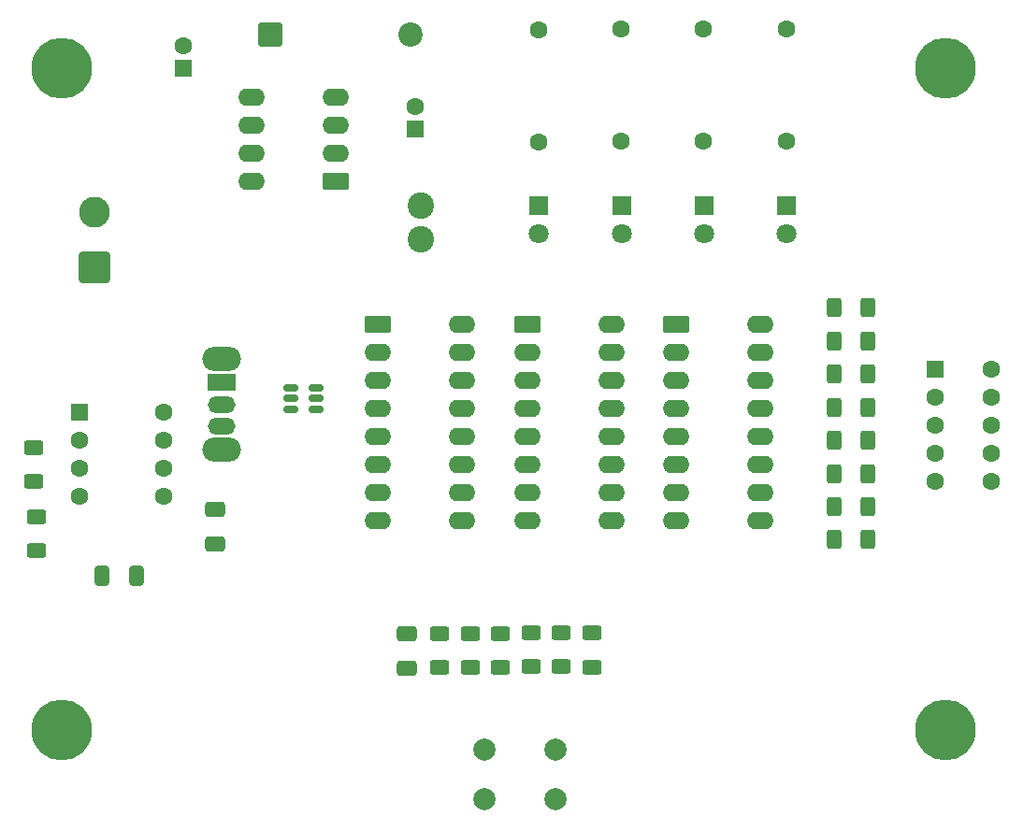
<source format=gbr>
%TF.GenerationSoftware,KiCad,Pcbnew,9.0.3*%
%TF.CreationDate,2025-12-16T11:33:01+01:00*%
%TF.ProjectId,PTP_Project1_Dovsak,5054505f-5072-46f6-9a65-6374315f446f,rev?*%
%TF.SameCoordinates,Original*%
%TF.FileFunction,Soldermask,Top*%
%TF.FilePolarity,Negative*%
%FSLAX46Y46*%
G04 Gerber Fmt 4.6, Leading zero omitted, Abs format (unit mm)*
G04 Created by KiCad (PCBNEW 9.0.3) date 2025-12-16 11:33:01*
%MOMM*%
%LPD*%
G01*
G04 APERTURE LIST*
G04 Aperture macros list*
%AMRoundRect*
0 Rectangle with rounded corners*
0 $1 Rounding radius*
0 $2 $3 $4 $5 $6 $7 $8 $9 X,Y pos of 4 corners*
0 Add a 4 corners polygon primitive as box body*
4,1,4,$2,$3,$4,$5,$6,$7,$8,$9,$2,$3,0*
0 Add four circle primitives for the rounded corners*
1,1,$1+$1,$2,$3*
1,1,$1+$1,$4,$5*
1,1,$1+$1,$6,$7*
1,1,$1+$1,$8,$9*
0 Add four rect primitives between the rounded corners*
20,1,$1+$1,$2,$3,$4,$5,0*
20,1,$1+$1,$4,$5,$6,$7,0*
20,1,$1+$1,$6,$7,$8,$9,0*
20,1,$1+$1,$8,$9,$2,$3,0*%
G04 Aperture macros list end*
%ADD10C,5.500000*%
%ADD11C,1.600000*%
%ADD12RoundRect,0.250000X-0.400000X-0.625000X0.400000X-0.625000X0.400000X0.625000X-0.400000X0.625000X0*%
%ADD13RoundRect,0.250000X-0.950000X-0.550000X0.950000X-0.550000X0.950000X0.550000X-0.950000X0.550000X0*%
%ADD14O,2.400000X1.600000*%
%ADD15RoundRect,0.250000X0.400000X0.625000X-0.400000X0.625000X-0.400000X-0.625000X0.400000X-0.625000X0*%
%ADD16RoundRect,0.250000X-0.650000X0.412500X-0.650000X-0.412500X0.650000X-0.412500X0.650000X0.412500X0*%
%ADD17RoundRect,0.250000X0.950000X0.550000X-0.950000X0.550000X-0.950000X-0.550000X0.950000X-0.550000X0*%
%ADD18R,1.800000X1.800000*%
%ADD19C,1.800000*%
%ADD20RoundRect,0.250000X-0.412500X-0.650000X0.412500X-0.650000X0.412500X0.650000X-0.412500X0.650000X0*%
%ADD21RoundRect,0.250000X0.625000X-0.400000X0.625000X0.400000X-0.625000X0.400000X-0.625000X-0.400000X0*%
%ADD22RoundRect,0.250000X0.650000X-0.412500X0.650000X0.412500X-0.650000X0.412500X-0.650000X-0.412500X0*%
%ADD23RoundRect,0.249999X-0.850001X-0.850001X0.850001X-0.850001X0.850001X0.850001X-0.850001X0.850001X0*%
%ADD24C,2.200000*%
%ADD25RoundRect,0.250000X-0.550000X-0.550000X0.550000X-0.550000X0.550000X0.550000X-0.550000X0.550000X0*%
%ADD26RoundRect,0.250000X0.550000X-0.550000X0.550000X0.550000X-0.550000X0.550000X-0.550000X-0.550000X0*%
%ADD27C,2.400000*%
%ADD28C,2.000000*%
%ADD29O,3.500000X2.200000*%
%ADD30R,2.500000X1.500000*%
%ADD31O,2.500000X1.500000*%
%ADD32R,1.600000X1.600000*%
%ADD33RoundRect,0.250000X-0.625000X0.400000X-0.625000X-0.400000X0.625000X-0.400000X0.625000X0.400000X0*%
%ADD34RoundRect,0.150000X-0.512500X-0.150000X0.512500X-0.150000X0.512500X0.150000X-0.512500X0.150000X0*%
%ADD35RoundRect,0.250001X1.149999X-1.149999X1.149999X1.149999X-1.149999X1.149999X-1.149999X-1.149999X0*%
%ADD36C,2.800000*%
G04 APERTURE END LIST*
D10*
%TO.C,H1*%
X244500000Y-71000000D03*
%TD*%
D11*
%TO.C,R3*%
X215175000Y-77675000D03*
X215175000Y-67515000D03*
%TD*%
D12*
%TO.C,R18*%
X234400000Y-98750000D03*
X237500000Y-98750000D03*
%TD*%
D10*
%TO.C,H4*%
X164500000Y-71000000D03*
%TD*%
D13*
%TO.C,U4*%
X220130000Y-94220000D03*
D14*
X220130000Y-96760000D03*
X220130000Y-99300000D03*
X220130000Y-101840000D03*
X220130000Y-104380000D03*
X220130000Y-106920000D03*
X220130000Y-109460000D03*
X220130000Y-112000000D03*
X227750000Y-112000000D03*
X227750000Y-109460000D03*
X227750000Y-106920000D03*
X227750000Y-104380000D03*
X227750000Y-101840000D03*
X227750000Y-99300000D03*
X227750000Y-96760000D03*
X227750000Y-94220000D03*
%TD*%
D15*
%TO.C,R15*%
X237500000Y-92750000D03*
X234400000Y-92750000D03*
%TD*%
D16*
%TO.C,C5*%
X178400000Y-111000000D03*
X178400000Y-114125000D03*
%TD*%
D12*
%TO.C,R17*%
X234400000Y-95750000D03*
X237500000Y-95750000D03*
%TD*%
D17*
%TO.C,U1*%
X189310000Y-81310000D03*
D14*
X189310000Y-78770000D03*
X189310000Y-76230000D03*
X189310000Y-73690000D03*
X181690000Y-73690000D03*
X181690000Y-76230000D03*
X181690000Y-78770000D03*
X181690000Y-81310000D03*
%TD*%
D18*
%TO.C,D3*%
X215185000Y-83485000D03*
D19*
X215185000Y-86025000D03*
%TD*%
D10*
%TO.C,H3*%
X164500000Y-131000000D03*
%TD*%
D11*
%TO.C,R2*%
X222600000Y-77625000D03*
X222600000Y-67465000D03*
%TD*%
D12*
%TO.C,R6*%
X234400000Y-107750000D03*
X237500000Y-107750000D03*
%TD*%
D10*
%TO.C,H2*%
X244500000Y-131000000D03*
%TD*%
D20*
%TO.C,C4*%
X168125000Y-117000000D03*
X171250000Y-117000000D03*
%TD*%
D11*
%TO.C,R4*%
X207685000Y-77685000D03*
X207685000Y-67525000D03*
%TD*%
D21*
%TO.C,R9*%
X204250000Y-125350000D03*
X204250000Y-122250000D03*
%TD*%
D18*
%TO.C,D1*%
X230125000Y-83485000D03*
D19*
X230125000Y-86025000D03*
%TD*%
D21*
%TO.C,R20*%
X162250000Y-114750000D03*
X162250000Y-111650000D03*
%TD*%
D18*
%TO.C,D5*%
X207715000Y-83485000D03*
D19*
X207715000Y-86025000D03*
%TD*%
D12*
%TO.C,R14*%
X234400000Y-113750000D03*
X237500000Y-113750000D03*
%TD*%
D22*
%TO.C,C3*%
X195750000Y-125375000D03*
X195750000Y-122250000D03*
%TD*%
D23*
%TO.C,D4*%
X183375000Y-67975000D03*
D24*
X196075000Y-67975000D03*
%TD*%
D25*
%TO.C,U7*%
X166095000Y-102190000D03*
D11*
X166095000Y-104730000D03*
X166095000Y-107270000D03*
X166095000Y-109810000D03*
X173715000Y-109810000D03*
X173715000Y-107270000D03*
X173715000Y-104730000D03*
X173715000Y-102190000D03*
%TD*%
D26*
%TO.C,C2*%
X196500000Y-76500000D03*
D11*
X196500000Y-74500000D03*
%TD*%
D27*
%TO.C,L1*%
X197000000Y-86500000D03*
X197000000Y-83500000D03*
%TD*%
D28*
%TO.C,SW1*%
X202750000Y-132750000D03*
X209250000Y-132750000D03*
X202750000Y-137250000D03*
X209250000Y-137250000D03*
%TD*%
D29*
%TO.C,SW2*%
X178952500Y-97400000D03*
X178952500Y-105600000D03*
D30*
X178952500Y-99500000D03*
D31*
X178952500Y-101500000D03*
X178952500Y-103500000D03*
%TD*%
D21*
%TO.C,R11*%
X209750000Y-125250000D03*
X209750000Y-122150000D03*
%TD*%
D13*
%TO.C,U3*%
X206630000Y-94220000D03*
D14*
X206630000Y-96760000D03*
X206630000Y-99300000D03*
X206630000Y-101840000D03*
X206630000Y-104380000D03*
X206630000Y-106920000D03*
X206630000Y-109460000D03*
X206630000Y-112000000D03*
X214250000Y-112000000D03*
X214250000Y-109460000D03*
X214250000Y-106920000D03*
X214250000Y-104380000D03*
X214250000Y-101840000D03*
X214250000Y-99300000D03*
X214250000Y-96760000D03*
X214250000Y-94220000D03*
%TD*%
D32*
%TO.C,U5*%
X243570000Y-98300000D03*
D11*
X243570000Y-100840000D03*
X243570000Y-103380000D03*
X243570000Y-105920000D03*
X243570000Y-108460000D03*
X248650000Y-108460000D03*
X248650000Y-105920000D03*
X248650000Y-103380000D03*
X248650000Y-100840000D03*
X248650000Y-98300000D03*
%TD*%
D33*
%TO.C,R7*%
X201500000Y-122250000D03*
X201500000Y-125350000D03*
%TD*%
D12*
%TO.C,R5*%
X234400000Y-104750000D03*
X237500000Y-104750000D03*
%TD*%
%TO.C,R16*%
X234400000Y-101750000D03*
X237500000Y-101750000D03*
%TD*%
D11*
%TO.C,R1*%
X230150000Y-77610000D03*
X230150000Y-67450000D03*
%TD*%
D18*
%TO.C,D2*%
X222655000Y-83485000D03*
D19*
X222655000Y-86025000D03*
%TD*%
D21*
%TO.C,R19*%
X162000000Y-108500000D03*
X162000000Y-105400000D03*
%TD*%
%TO.C,R10*%
X207000000Y-125250000D03*
X207000000Y-122150000D03*
%TD*%
D34*
%TO.C,U6*%
X185225000Y-100000000D03*
X185225000Y-100950000D03*
X185225000Y-101900000D03*
X187500000Y-101900000D03*
X187500000Y-100950000D03*
X187500000Y-100000000D03*
%TD*%
D21*
%TO.C,R13*%
X198750000Y-125350000D03*
X198750000Y-122250000D03*
%TD*%
D13*
%TO.C,U2*%
X193130000Y-94220000D03*
D14*
X193130000Y-96760000D03*
X193130000Y-99300000D03*
X193130000Y-101840000D03*
X193130000Y-104380000D03*
X193130000Y-106920000D03*
X193130000Y-109460000D03*
X193130000Y-112000000D03*
X200750000Y-112000000D03*
X200750000Y-109460000D03*
X200750000Y-106920000D03*
X200750000Y-104380000D03*
X200750000Y-101840000D03*
X200750000Y-99300000D03*
X200750000Y-96760000D03*
X200750000Y-94220000D03*
%TD*%
D26*
%TO.C,C1*%
X175500000Y-71000000D03*
D11*
X175500000Y-69000000D03*
%TD*%
D35*
%TO.C,J1*%
X167475000Y-89050000D03*
D36*
X167475000Y-84050000D03*
%TD*%
D21*
%TO.C,R12*%
X212475000Y-125275000D03*
X212475000Y-122175000D03*
%TD*%
D12*
%TO.C,R8*%
X234400000Y-110750000D03*
X237500000Y-110750000D03*
%TD*%
M02*

</source>
